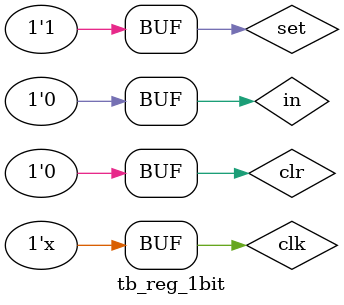
<source format=v>
module tb_reg_1bit;
reg clk, in, clr, set;
wire out;

reg_1bit r1(clk, in, set, clr, out);
initial 
    begin
        clk = 1'b0; in = 1'b0; clr = 1'b1; set = 1'b0;

        #20 in = 1'b1; clr = 1'b0; set = 1'b0;
        #20 in = 1'b0; clr = 1'b0; set = 1'b0;
        #20 in = 1'b1; clr = 1'b1; set = 1'b0;
        #20 in = 1'b0; clr = 1'b0; set = 1'b1;
    end

always #5 clk = ~clk;
endmodule
</source>
